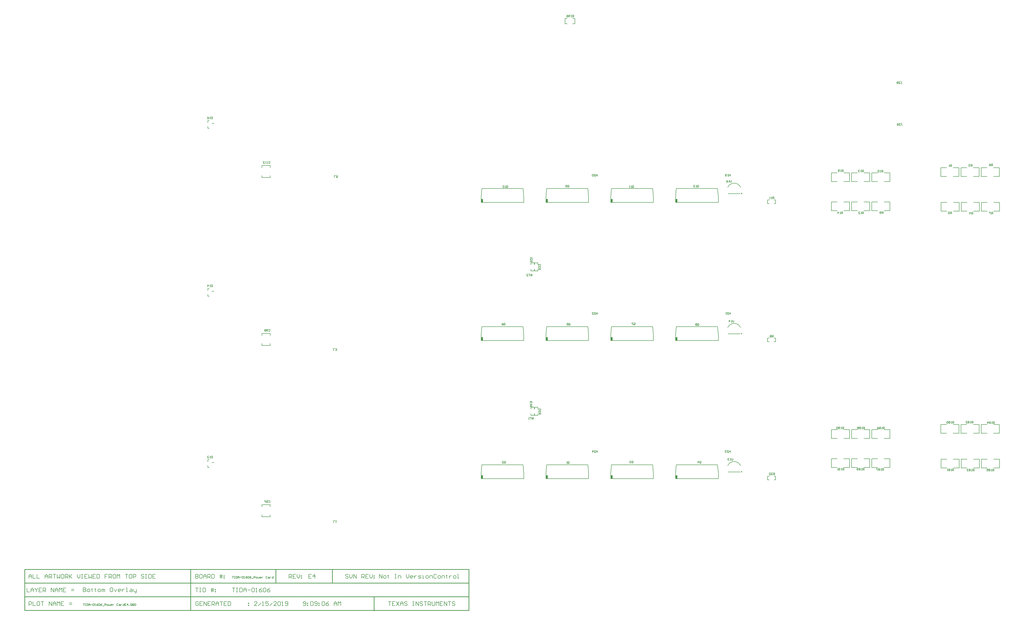
<source format=gbo>
G04*
G04 #@! TF.GenerationSoftware,Altium Limited,Altium Designer,18.1.9 (240)*
G04*
G04 Layer_Color=9218505*
%FSAX25Y25*%
%MOIN*%
G70*
G01*
G75*
%ADD10C,0.00787*%
%ADD11C,0.00700*%
%ADD12C,0.00984*%
%ADD20C,0.01000*%
%ADD24C,0.00600*%
%ADD27C,0.00800*%
%ADD31R,0.03248X0.00787*%
%ADD220R,0.02751X0.05111*%
G54D10*
X1104115Y0255493D02*
G03*
X1085103Y0255493I-0009506J-0004299D01*
G01*
X1104222Y0669900D02*
G03*
X1085210Y0669900I-0009506J-0004299D01*
G01*
X1104115Y0461099D02*
G03*
X1085103Y0461099I-0009506J-0004299D01*
G01*
X1085662Y0245977D02*
X1103556D01*
X1420124Y0699141D02*
X1428785D01*
Y0686149D02*
Y0699141D01*
X1420124Y0686149D02*
X1428785D01*
X1401865Y0699141D02*
X1410527D01*
X1401865Y0686149D02*
Y0699141D01*
Y0686149D02*
X1410527D01*
X1085769Y0660384D02*
X1103663D01*
X1239180Y0252711D02*
X1247842D01*
X1239180D02*
Y0265703D01*
X1247842D01*
X1257439Y0252711D02*
X1266100D01*
Y0265703D01*
X1257439D02*
X1266100D01*
X1239180Y0295901D02*
X1247842D01*
X1239180D02*
Y0308893D01*
X1247842D01*
X1257439Y0295901D02*
X1266100D01*
Y0308893D01*
X1257439D02*
X1266100D01*
X1269180Y0252711D02*
X1277842D01*
X1269180D02*
Y0265703D01*
X1277842D01*
X1287439Y0252711D02*
X1296100D01*
Y0265703D01*
X1287439D02*
X1296100D01*
X1269180Y0295901D02*
X1277842D01*
X1269180D02*
Y0308893D01*
X1277842D01*
X1287439Y0295901D02*
X1296100D01*
Y0308893D01*
X1287439D02*
X1296100D01*
X1299181Y0252711D02*
X1307842D01*
X1299181D02*
Y0265703D01*
X1307842D01*
X1317439Y0252711D02*
X1326101D01*
Y0265703D01*
X1317439D02*
X1326101D01*
X1299180Y0295901D02*
X1307842D01*
X1299180D02*
Y0308893D01*
X1307842D01*
X1317439Y0295901D02*
X1326100D01*
Y0308893D01*
X1317439D02*
X1326100D01*
X1480424Y0264903D02*
X1489085D01*
Y0251911D02*
Y0264903D01*
X1480424Y0251911D02*
X1489085D01*
X1462165Y0264903D02*
X1470827D01*
X1462165Y0251911D02*
Y0264903D01*
Y0251911D02*
X1470827D01*
X1480124Y0316693D02*
X1488785D01*
Y0303701D02*
Y0316693D01*
X1480124Y0303701D02*
X1488785D01*
X1461865Y0316693D02*
X1470527D01*
X1461865Y0303701D02*
Y0316693D01*
Y0303701D02*
X1470527D01*
X1450424Y0264903D02*
X1459085D01*
Y0251911D02*
Y0264903D01*
X1450424Y0251911D02*
X1459085D01*
X1432165Y0264903D02*
X1440827D01*
X1432165Y0251911D02*
Y0264903D01*
Y0251911D02*
X1440827D01*
X1450124Y0316693D02*
X1458785D01*
Y0303701D02*
Y0316693D01*
X1450124Y0303701D02*
X1458785D01*
X1431865Y0316693D02*
X1440526D01*
X1431865Y0303701D02*
Y0316693D01*
Y0303701D02*
X1440526D01*
X1420424Y0264903D02*
X1429085D01*
Y0251911D02*
Y0264903D01*
X1420424Y0251911D02*
X1429085D01*
X1402165Y0264903D02*
X1410826D01*
X1402165Y0251911D02*
Y0264903D01*
Y0251911D02*
X1410826D01*
X1420123Y0316693D02*
X1428785D01*
Y0303701D02*
Y0316693D01*
X1420123Y0303701D02*
X1428785D01*
X1401865Y0316693D02*
X1410526D01*
X1401865Y0303701D02*
Y0316693D01*
Y0303701D02*
X1410526D01*
X1085662Y0451583D02*
X1103556D01*
X1239180Y0678349D02*
X1247842D01*
X1239180D02*
Y0691341D01*
X1247842D01*
X1257439Y0678349D02*
X1266100D01*
Y0691341D01*
X1257439D02*
X1266100D01*
X1239180Y0635159D02*
X1247842D01*
X1239180D02*
Y0648151D01*
X1247842D01*
X1257439Y0635159D02*
X1266100D01*
Y0648151D01*
X1257439D02*
X1266100D01*
X1269180Y0678349D02*
X1277842D01*
X1269180D02*
Y0691341D01*
X1277842D01*
X1287439Y0678349D02*
X1296100D01*
Y0691341D01*
X1287439D02*
X1296100D01*
X1269180Y0635159D02*
X1277842D01*
X1269180D02*
Y0648151D01*
X1277842D01*
X1287439Y0635159D02*
X1296100D01*
Y0648151D01*
X1287439D02*
X1296100D01*
X1299180Y0678349D02*
X1307842D01*
X1299180D02*
Y0691341D01*
X1307842D01*
X1317439Y0678349D02*
X1326100D01*
Y0691341D01*
X1317439D02*
X1326100D01*
X1299180Y0635159D02*
X1307842D01*
X1299180D02*
Y0648151D01*
X1307842D01*
X1317439Y0635159D02*
X1326100D01*
Y0648151D01*
X1317439D02*
X1326100D01*
X1480424Y0647351D02*
X1489085D01*
Y0634359D02*
Y0647351D01*
X1480424Y0634359D02*
X1489085D01*
X1462165Y0647351D02*
X1470827D01*
X1462165Y0634359D02*
Y0647351D01*
Y0634359D02*
X1470827D01*
X1480124Y0699141D02*
X1488785D01*
Y0686149D02*
Y0699141D01*
X1480124Y0686149D02*
X1488785D01*
X1461865Y0699141D02*
X1470527D01*
X1461865Y0686149D02*
Y0699141D01*
Y0686149D02*
X1470527D01*
X1450424Y0647351D02*
X1459085D01*
Y0634359D02*
Y0647351D01*
X1450424Y0634359D02*
X1459085D01*
X1432165Y0647351D02*
X1440827D01*
X1432165Y0634359D02*
Y0647351D01*
Y0634359D02*
X1440827D01*
X1450124Y0699141D02*
X1458785D01*
Y0686149D02*
Y0699141D01*
X1450124Y0686149D02*
X1458785D01*
X1431865Y0699141D02*
X1440527D01*
X1431865Y0686149D02*
Y0699141D01*
Y0686149D02*
X1440527D01*
X1420424Y0647351D02*
X1429085D01*
Y0634359D02*
Y0647351D01*
X1420424Y0634359D02*
X1429085D01*
X1402165Y0647351D02*
X1410827D01*
X1402165Y0634359D02*
Y0647351D01*
Y0634359D02*
X1410827D01*
X0312299Y0264506D02*
X0314268D01*
X0312299Y0261356D02*
Y0264506D01*
Y0252695D02*
X0314268D01*
X0312299D02*
Y0255844D01*
Y0519506D02*
X0314268D01*
X0312299Y0516356D02*
Y0519506D01*
Y0507694D02*
X0314268D01*
X0312299D02*
Y0510844D01*
X0312299Y0769506D02*
X0314268D01*
X0312299Y0766356D02*
Y0769506D01*
Y0757694D02*
X0314268D01*
X0312299D02*
Y0760844D01*
G54D11*
X0877250Y0256694D02*
X0878356Y0244056D01*
X0814852Y0236182D02*
X0878356D01*
X0815958Y0256694D02*
X0877250D01*
X0878356Y0236182D02*
Y0244056D01*
X0814852Y0236182D02*
Y0244056D01*
X0815958Y0256694D01*
X0803080Y0339800D02*
Y0342398D01*
X0797633D02*
X0803080D01*
X0797633Y0339800D02*
Y0342398D01*
Y0330402D02*
Y0333000D01*
Y0330402D02*
X0803080D01*
Y0333000D01*
X0843255Y0921400D02*
X0846655D01*
X0843255Y0917400D02*
Y0921400D01*
Y0913400D02*
Y0917400D01*
Y0913400D02*
X0846655D01*
X0854655D02*
X0858055D01*
Y0917400D01*
Y0921400D01*
X0854655D02*
X0858055D01*
X0392583Y0684280D02*
X0404927D01*
Y0687451D01*
X0392583Y0684280D02*
Y0687451D01*
Y0699349D02*
Y0702520D01*
X0404927Y0699349D02*
Y0702520D01*
X0392583D02*
X0404927D01*
X0392583Y0434280D02*
X0404927D01*
Y0437451D01*
X0392583Y0434280D02*
Y0437451D01*
Y0449349D02*
Y0452520D01*
X0404927Y0449349D02*
Y0452520D01*
X0392583D02*
X0404927D01*
X1153784Y0234379D02*
X1156382D01*
Y0239826D01*
X1153784D02*
X1156382D01*
X1144386D02*
X1146984D01*
X1144386Y0234379D02*
Y0239826D01*
Y0234379D02*
X1146984D01*
X0802975Y0554800D02*
Y0557398D01*
X0797529D02*
X0802975D01*
X0797529Y0554800D02*
Y0557398D01*
Y0545402D02*
Y0548000D01*
Y0545402D02*
X0802975D01*
Y0548000D01*
X0797982Y0554800D02*
Y0557398D01*
X0792535D02*
X0797982D01*
X0792535Y0554800D02*
Y0557398D01*
Y0545402D02*
Y0548000D01*
Y0545402D02*
X0797982D01*
Y0548000D01*
Y0339800D02*
Y0342398D01*
X0792535D02*
X0797982D01*
X0792535Y0339800D02*
Y0342398D01*
Y0330402D02*
Y0333000D01*
Y0330402D02*
X0797982D01*
Y0333000D01*
X1153784Y0645591D02*
X1156382D01*
Y0651038D01*
X1153784D02*
X1156382D01*
X1144386D02*
X1146984D01*
X1144386Y0645591D02*
Y0651038D01*
Y0645591D02*
X1146984D01*
X1153784Y0439985D02*
X1156382D01*
Y0445432D01*
X1153784D02*
X1156382D01*
X1144386D02*
X1146984D01*
X1144386Y0439985D02*
Y0445432D01*
Y0439985D02*
X1146984D01*
X0780872Y0667906D02*
X0781978Y0655268D01*
X0718474Y0647395D02*
X0781978D01*
X0719580Y0667906D02*
X0780872D01*
X0781978Y0647395D02*
Y0655268D01*
X0718474Y0647395D02*
Y0655268D01*
X0719580Y0667906D01*
X0780872Y0462300D02*
X0781978Y0449662D01*
X0718474Y0441788D02*
X0781978D01*
X0719580Y0462300D02*
X0780872D01*
X0781978Y0441788D02*
Y0449662D01*
X0718474Y0441788D02*
Y0449662D01*
X0719580Y0462300D01*
X0780872Y0256694D02*
X0781978Y0244056D01*
X0718474Y0236182D02*
X0781978D01*
X0719580Y0256694D02*
X0780872D01*
X0781978Y0236182D02*
Y0244056D01*
X0718474Y0236182D02*
Y0244056D01*
X0719580Y0256694D01*
X0973628Y0667906D02*
X0974734Y0655268D01*
X0911230Y0647395D02*
X0974734D01*
X0912336Y0667906D02*
X0973628D01*
X0974734Y0647395D02*
Y0655268D01*
X0911230Y0647395D02*
Y0655268D01*
X0912336Y0667906D01*
X1070006D02*
X1071112Y0655268D01*
X1007608Y0647395D02*
X1071112D01*
X1008714Y0667906D02*
X1070006D01*
X1071112Y0647395D02*
Y0655268D01*
X1007608Y0647395D02*
Y0655268D01*
X1008714Y0667906D01*
X0973628Y0462300D02*
X0974734Y0449662D01*
X0911230Y0441788D02*
X0974734D01*
X0912336Y0462300D02*
X0973628D01*
X0974734Y0441788D02*
Y0449662D01*
X0911230Y0441788D02*
Y0449662D01*
X0912336Y0462300D01*
X1070006D02*
X1071112Y0449662D01*
X1007608Y0441788D02*
X1071112D01*
X1008714Y0462300D02*
X1070006D01*
X1071112Y0441788D02*
Y0449662D01*
X1007608Y0441788D02*
Y0449662D01*
X1008714Y0462300D01*
X0973628Y0256694D02*
X0974734Y0244056D01*
X0911230Y0236182D02*
X0974734D01*
X0912336Y0256694D02*
X0973628D01*
X0974734Y0236182D02*
Y0244056D01*
X0911230Y0236182D02*
Y0244056D01*
X0912336Y0256694D01*
X1070006D02*
X1071112Y0244056D01*
X1007608Y0236182D02*
X1071112D01*
X1008714Y0256694D02*
X1070006D01*
X1071112Y0236182D02*
Y0244056D01*
X1007608Y0236182D02*
Y0244056D01*
X1008714Y0256694D01*
X0877250Y0667906D02*
X0878356Y0655268D01*
X0814852Y0647395D02*
X0878356D01*
X0815958Y0667906D02*
X0877250D01*
X0878356Y0647395D02*
Y0655268D01*
X0814852Y0647395D02*
Y0655268D01*
X0815958Y0667906D01*
X0877250Y0462300D02*
X0878356Y0449662D01*
X0814852Y0441788D02*
X0878356D01*
X0815958Y0462300D02*
X0877250D01*
X0878356Y0441788D02*
Y0449662D01*
X0814852Y0441788D02*
Y0449662D01*
X0815958Y0462300D01*
X0392583Y0179280D02*
X0404927D01*
Y0182451D01*
X0392583Y0179280D02*
Y0182451D01*
Y0194349D02*
Y0197520D01*
X0404927Y0194349D02*
Y0197520D01*
X0392583D02*
X0404927D01*
X0794100Y0537800D02*
Y0540799D01*
X0792101Y0537800D01*
Y0540799D01*
X0791101D02*
X0789102D01*
X0790101D01*
Y0537800D01*
X0786103D02*
X0788102D01*
X0786103Y0539799D01*
Y0540299D01*
X0786602Y0540799D01*
X0787602D01*
X0788102Y0540299D01*
X0796100Y0324267D02*
Y0327266D01*
X0794101Y0324267D01*
Y0327266D01*
X0793101D02*
X0791102D01*
X0792101D01*
Y0324267D01*
X0790102D02*
X0789102D01*
X0789602D01*
Y0327266D01*
X0790102Y0326766D01*
X0891700Y0278099D02*
Y0275100D01*
Y0276600D01*
X0889701D01*
Y0278099D01*
Y0275100D01*
X0886702D02*
X0888701D01*
X0886702Y0277099D01*
Y0277599D01*
X0887201Y0278099D01*
X0888201D01*
X0888701Y0277599D01*
X0884202Y0275100D02*
Y0278099D01*
X0885702Y0276600D01*
X0883703D01*
X1089100Y0278099D02*
Y0275100D01*
Y0276600D01*
X1087101D01*
Y0278099D01*
Y0275100D01*
X1084102D02*
X1086101D01*
X1084102Y0277099D01*
Y0277599D01*
X1084601Y0278099D01*
X1085601D01*
X1086101Y0277599D01*
X1083102D02*
X1082602Y0278099D01*
X1081602D01*
X1081103Y0277599D01*
Y0277099D01*
X1081602Y0276600D01*
X1082102D01*
X1081602D01*
X1081103Y0276100D01*
Y0275600D01*
X1081602Y0275100D01*
X1082602D01*
X1083102Y0275600D01*
X0891700Y0483699D02*
Y0480700D01*
Y0482199D01*
X0889701D01*
Y0483699D01*
Y0480700D01*
X0886702D02*
X0888701D01*
X0886702Y0482699D01*
Y0483199D01*
X0887201Y0483699D01*
X0888201D01*
X0888701Y0483199D01*
X0883703Y0480700D02*
X0885702D01*
X0883703Y0482699D01*
Y0483199D01*
X0884202Y0483699D01*
X0885202D01*
X0885702Y0483199D01*
X1089100Y0483699D02*
Y0480700D01*
Y0482199D01*
X1087101D01*
Y0483699D01*
Y0480700D01*
X1084102D02*
X1086101D01*
X1084102Y0482699D01*
Y0483199D01*
X1084601Y0483699D01*
X1085601D01*
X1086101Y0483199D01*
X1083102Y0480700D02*
X1082102D01*
X1082602D01*
Y0483699D01*
X1083102Y0483199D01*
X0891700Y0689299D02*
Y0686300D01*
Y0687800D01*
X0889701D01*
Y0689299D01*
Y0686300D01*
X0886702D02*
X0888701D01*
X0886702Y0688299D01*
Y0688799D01*
X0887201Y0689299D01*
X0888201D01*
X0888701Y0688799D01*
X0885702D02*
X0885202Y0689299D01*
X0884202D01*
X0883703Y0688799D01*
Y0686800D01*
X0884202Y0686300D01*
X0885202D01*
X0885702Y0686800D01*
Y0688799D01*
X1089100Y0689299D02*
Y0686300D01*
Y0687800D01*
X1087101D01*
Y0689299D01*
Y0686300D01*
X1086101D02*
X1085101D01*
X1085601D01*
Y0689299D01*
X1086101Y0688799D01*
X1083602Y0686800D02*
X1083102Y0686300D01*
X1082102D01*
X1081602Y0686800D01*
Y0688799D01*
X1082102Y0689299D01*
X1083102D01*
X1083602Y0688799D01*
Y0688299D01*
X1083102Y0687800D01*
X1081602D01*
G54D12*
X1106223Y0246371D02*
G03*
X1106223Y0246371I-0000492J0000000D01*
G01*
X1106330Y0660778D02*
G03*
X1106330Y0660778I-0000492J0000000D01*
G01*
X1106223Y0451977D02*
G03*
X1106223Y0451977I-0000492J0000000D01*
G01*
G54D20*
X0497200Y0080717D02*
Y0101050D01*
X0413200Y0080717D02*
Y0101050D01*
X0040000Y0080717D02*
X0700200D01*
X0040000Y0060383D02*
X0700000D01*
X0040000Y0040050D02*
X0440500D01*
X0040050Y0101050D02*
X0700200D01*
X0040050Y0040050D02*
Y0101050D01*
Y0040050D02*
X0197600D01*
X0040000D02*
Y0101050D01*
X0286500Y0040050D02*
Y0101050D01*
X0700200Y0040050D02*
Y0101050D01*
X0440500Y0040050D02*
X0700200D01*
X0559400Y0039400D02*
Y0059683D01*
G54D24*
X0402701Y0202999D02*
X0403200Y0203499D01*
X0404200D01*
X0404700Y0202999D01*
Y0201000D01*
X0404200Y0200500D01*
X0403200D01*
X0402701Y0201000D01*
X0401701D02*
X0401201Y0200500D01*
X0400202D01*
X0399702Y0201000D01*
Y0202999D01*
X0400202Y0203499D01*
X0401201D01*
X0401701Y0202999D01*
Y0202499D01*
X0401201Y0201999D01*
X0399702D01*
X0398702Y0203499D02*
X0396703D01*
Y0202999D01*
X0398702Y0201000D01*
Y0200500D01*
X0319205Y0774749D02*
Y0771750D01*
X0317706D01*
X0317206Y0772250D01*
Y0774249D01*
X0317706Y0774749D01*
X0319205D01*
X0316206Y0771750D02*
X0315206D01*
X0315706D01*
Y0774749D01*
X0316206Y0774249D01*
X0311708Y0774749D02*
X0312707Y0774249D01*
X0313707Y0773249D01*
Y0772250D01*
X0313207Y0771750D01*
X0312207D01*
X0311708Y0772250D01*
Y0772750D01*
X0312207Y0773249D01*
X0313707D01*
X0319205Y0524749D02*
Y0521750D01*
X0317706D01*
X0317206Y0522250D01*
Y0524249D01*
X0317706Y0524749D01*
X0319205D01*
X0316206Y0521750D02*
X0315206D01*
X0315706D01*
Y0524749D01*
X0316206Y0524249D01*
X0312207Y0521750D02*
Y0524749D01*
X0313707Y0523249D01*
X0311708D01*
X0319205Y0269749D02*
Y0266750D01*
X0317706D01*
X0317206Y0267250D01*
Y0269249D01*
X0317706Y0269749D01*
X0319205D01*
X0316206Y0266750D02*
X0315206D01*
X0315706D01*
Y0269749D01*
X0316206Y0269249D01*
X0311708Y0266750D02*
X0313707D01*
X0311708Y0268749D01*
Y0269249D01*
X0312207Y0269749D01*
X0313207D01*
X0313707Y0269249D01*
X0499252Y0170802D02*
Y0173801D01*
X0501251D01*
X0502251D02*
X0503250D01*
X0502750D01*
Y0170802D01*
X0502251Y0171301D01*
X0498852Y0426601D02*
Y0429600D01*
X0500851D01*
X0501851Y0427101D02*
X0502351Y0426601D01*
X0503350D01*
X0503850Y0427101D01*
Y0427601D01*
X0503350Y0428101D01*
X0502850D01*
X0503350D01*
X0503850Y0428601D01*
Y0429101D01*
X0503350Y0429600D01*
X0502351D01*
X0501851Y0429101D01*
X0500152Y0684301D02*
Y0687300D01*
X0502151D01*
X0505150Y0684301D02*
X0503151D01*
Y0685801D01*
X0504150Y0685301D01*
X0504650D01*
X0505150Y0685801D01*
Y0686800D01*
X0504650Y0687300D01*
X0503651D01*
X0503151Y0686800D01*
X0847713Y0259098D02*
Y0261097D01*
X0848213Y0261597D01*
X0849212D01*
X0849712Y0261097D01*
Y0259098D01*
X0849212Y0258598D01*
X0848213D01*
X0848713Y0259598D02*
X0847713Y0258598D01*
X0848213D02*
X0847713Y0259098D01*
X0846713Y0258598D02*
X0845714D01*
X0846213D01*
Y0261597D01*
X0846713Y0261097D01*
X0848806Y0464998D02*
Y0466997D01*
X0849306Y0467497D01*
X0850306D01*
X0850806Y0466997D01*
Y0464998D01*
X0850306Y0464498D01*
X0849306D01*
X0849806Y0465498D02*
X0848806Y0464498D01*
X0849306D02*
X0848806Y0464998D01*
X0845807Y0467497D02*
X0847807D01*
Y0465998D01*
X0846807Y0466497D01*
X0846307D01*
X0845807Y0465998D01*
Y0464998D01*
X0846307Y0464498D01*
X0847307D01*
X0847807Y0464998D01*
X0847100Y0670698D02*
Y0672697D01*
X0847600Y0673197D01*
X0848600D01*
X0849100Y0672697D01*
Y0670698D01*
X0848600Y0670198D01*
X0847600D01*
X0848100Y0671198D02*
X0847100Y0670198D01*
X0847600D02*
X0847100Y0670698D01*
X0846101D02*
X0845601Y0670198D01*
X0844601D01*
X0844101Y0670698D01*
Y0672697D01*
X0844601Y0673197D01*
X0845601D01*
X0846101Y0672697D01*
Y0672197D01*
X0845601Y0671698D01*
X0844101D01*
X1043513Y0259554D02*
Y0261553D01*
X1044013Y0262053D01*
X1045012D01*
X1045512Y0261553D01*
Y0259554D01*
X1045012Y0259054D01*
X1044013D01*
X1044512Y0260054D02*
X1043513Y0259054D01*
X1044013D02*
X1043513Y0259554D01*
X1041014Y0259054D02*
Y0262053D01*
X1042513Y0260554D01*
X1040514D01*
X0942513Y0259776D02*
Y0261775D01*
X0943013Y0262275D01*
X0944012D01*
X0944512Y0261775D01*
Y0259776D01*
X0944012Y0259276D01*
X0943013D01*
X0943513Y0260276D02*
X0942513Y0259276D01*
X0943013D02*
X0942513Y0259776D01*
X0941513Y0261775D02*
X0941013Y0262275D01*
X0940014D01*
X0939514Y0261775D01*
Y0261275D01*
X0940014Y0260775D01*
X0940514D01*
X0940014D01*
X0939514Y0260276D01*
Y0259776D01*
X0940014Y0259276D01*
X0941013D01*
X0941513Y0259776D01*
X1040407Y0464554D02*
Y0466553D01*
X1040906Y0467053D01*
X1041906D01*
X1042406Y0466553D01*
Y0464554D01*
X1041906Y0464054D01*
X1040906D01*
X1041406Y0465054D02*
X1040407Y0464054D01*
X1040906D02*
X1040407Y0464554D01*
X1039407Y0466553D02*
X1038907Y0467053D01*
X1037907D01*
X1037407Y0466553D01*
Y0466053D01*
X1037907Y0465554D01*
X1037407Y0465054D01*
Y0464554D01*
X1037907Y0464054D01*
X1038907D01*
X1039407Y0464554D01*
Y0465054D01*
X1038907Y0465554D01*
X1039407Y0466053D01*
Y0466553D01*
X1038907Y0465554D02*
X1037907D01*
X0945506Y0465376D02*
Y0467375D01*
X0946006Y0467875D01*
X0947006D01*
X0947506Y0467375D01*
Y0465376D01*
X0947006Y0464876D01*
X0946006D01*
X0946506Y0465876D02*
X0945506Y0464876D01*
X0946006D02*
X0945506Y0465376D01*
X0944507Y0467875D02*
X0942507D01*
Y0467375D01*
X0944507Y0465376D01*
Y0464876D01*
X1039900Y0670554D02*
Y0672553D01*
X1040400Y0673053D01*
X1041400D01*
X1041900Y0672553D01*
Y0670554D01*
X1041400Y0670054D01*
X1040400D01*
X1040900Y0671054D02*
X1039900Y0670054D01*
X1040400D02*
X1039900Y0670554D01*
X1038900Y0670054D02*
X1037901D01*
X1038401D01*
Y0673053D01*
X1038900Y0672553D01*
X1034402Y0670054D02*
X1036401D01*
X1034402Y0672053D01*
Y0672553D01*
X1034902Y0673053D01*
X1035902D01*
X1036401Y0672553D01*
X0943400Y0669876D02*
Y0671875D01*
X0943900Y0672375D01*
X0944900D01*
X0945400Y0671875D01*
Y0669876D01*
X0944900Y0669376D01*
X0943900D01*
X0944400Y0670376D02*
X0943400Y0669376D01*
X0943900D02*
X0943400Y0669876D01*
X0942400Y0669376D02*
X0941401D01*
X0941901D01*
Y0672375D01*
X0942400Y0671875D01*
X0939901Y0669376D02*
X0938902D01*
X0939402D01*
Y0672375D01*
X0939901Y0671875D01*
X0752913Y0259520D02*
Y0261519D01*
X0753413Y0262019D01*
X0754412D01*
X0754912Y0261519D01*
Y0259520D01*
X0754412Y0259020D01*
X0753413D01*
X0753912Y0260020D02*
X0752913Y0259020D01*
X0753413D02*
X0752913Y0259520D01*
X0749914Y0259020D02*
X0751913D01*
X0749914Y0261019D01*
Y0261519D01*
X0750414Y0262019D01*
X0751413D01*
X0751913Y0261519D01*
X0752207Y0465120D02*
Y0467119D01*
X0752706Y0467619D01*
X0753706D01*
X0754206Y0467119D01*
Y0465120D01*
X0753706Y0464620D01*
X0752706D01*
X0753206Y0465620D02*
X0752207Y0464620D01*
X0752706D02*
X0752207Y0465120D01*
X0749207Y0467619D02*
X0750207Y0467119D01*
X0751207Y0466120D01*
Y0465120D01*
X0750707Y0464620D01*
X0749707D01*
X0749207Y0465120D01*
Y0465620D01*
X0749707Y0466120D01*
X0751207D01*
X0756300Y0669920D02*
Y0671919D01*
X0756800Y0672419D01*
X0757800D01*
X0758300Y0671919D01*
Y0669920D01*
X0757800Y0669420D01*
X0756800D01*
X0757300Y0670420D02*
X0756300Y0669420D01*
X0756800D02*
X0756300Y0669920D01*
X0755301Y0669420D02*
X0754301D01*
X0754801D01*
Y0672419D01*
X0755301Y0671919D01*
X0752801D02*
X0752302Y0672419D01*
X0751302D01*
X0750802Y0671919D01*
Y0669920D01*
X0751302Y0669420D01*
X0752302D01*
X0752801Y0669920D01*
Y0671919D01*
X1417955Y0700600D02*
Y0703599D01*
X1416456D01*
X1415956Y0703099D01*
Y0702100D01*
X1416456Y0701600D01*
X1417955D01*
X1416955D02*
X1415956Y0700600D01*
X1414956D02*
X1413956D01*
X1414456D01*
Y0703599D01*
X1414956Y0703099D01*
X1418055Y0630300D02*
Y0633299D01*
X1416556D01*
X1416056Y0632799D01*
Y0631800D01*
X1416556Y0631300D01*
X1418055D01*
X1417055D02*
X1416056Y0630300D01*
X1413057D02*
X1415056D01*
X1413057Y0632299D01*
Y0632799D01*
X1413557Y0633299D01*
X1414556D01*
X1415056Y0632799D01*
X1448455Y0700900D02*
Y0703899D01*
X1446956D01*
X1446456Y0703399D01*
Y0702399D01*
X1446956Y0701900D01*
X1448455D01*
X1447455D02*
X1446456Y0700900D01*
X1445456Y0703399D02*
X1444956Y0703899D01*
X1443957D01*
X1443457Y0703399D01*
Y0702899D01*
X1443957Y0702399D01*
X1444456D01*
X1443957D01*
X1443457Y0701900D01*
Y0701400D01*
X1443957Y0700900D01*
X1444956D01*
X1445456Y0701400D01*
X1449555Y0629800D02*
Y0632799D01*
X1448056D01*
X1447556Y0632299D01*
Y0631299D01*
X1448056Y0630800D01*
X1449555D01*
X1448555D02*
X1447556Y0629800D01*
X1445057D02*
Y0632799D01*
X1446556Y0631299D01*
X1444557D01*
X1478855Y0701800D02*
Y0704799D01*
X1477356D01*
X1476856Y0704299D01*
Y0703300D01*
X1477356Y0702800D01*
X1478855D01*
X1477855D02*
X1476856Y0701800D01*
X1473857Y0704799D02*
X1474856Y0704299D01*
X1475856Y0703300D01*
Y0702300D01*
X1475356Y0701800D01*
X1474357D01*
X1473857Y0702300D01*
Y0702800D01*
X1474357Y0703300D01*
X1475856D01*
X1479255Y0630000D02*
Y0632999D01*
X1477756D01*
X1477256Y0632499D01*
Y0631499D01*
X1477756Y0631000D01*
X1479255D01*
X1478255D02*
X1477256Y0630000D01*
X1476256Y0632999D02*
X1474257D01*
Y0632499D01*
X1476256Y0630500D01*
Y0630000D01*
X1152893Y0446679D02*
Y0449678D01*
X1151394D01*
X1150894Y0449178D01*
Y0448179D01*
X1151394Y0447679D01*
X1152893D01*
X1151894D02*
X1150894Y0446679D01*
X1149894Y0449178D02*
X1149394Y0449678D01*
X1148395D01*
X1147895Y0449178D01*
Y0448678D01*
X1148395Y0448179D01*
X1147895Y0447679D01*
Y0447179D01*
X1148395Y0446679D01*
X1149394D01*
X1149894Y0447179D01*
Y0447679D01*
X1149394Y0448179D01*
X1149894Y0448678D01*
Y0449178D01*
X1149394Y0448179D02*
X1148395D01*
X1316355Y0630600D02*
Y0633599D01*
X1314856D01*
X1314356Y0633099D01*
Y0632099D01*
X1314856Y0631600D01*
X1316355D01*
X1315355D02*
X1314356Y0630600D01*
X1313356Y0631100D02*
X1312856Y0630600D01*
X1311857D01*
X1311357Y0631100D01*
Y0633099D01*
X1311857Y0633599D01*
X1312856D01*
X1313356Y0633099D01*
Y0632599D01*
X1312856Y0632099D01*
X1311357D01*
X1315855Y0692400D02*
Y0695399D01*
X1314356D01*
X1313856Y0694899D01*
Y0693899D01*
X1314356Y0693400D01*
X1315855D01*
X1314855D02*
X1313856Y0692400D01*
X1312856D02*
X1311856D01*
X1312356D01*
Y0695399D01*
X1312856Y0694899D01*
X1310357D02*
X1309857Y0695399D01*
X1308857D01*
X1308358Y0694899D01*
Y0692900D01*
X1308857Y0692400D01*
X1309857D01*
X1310357Y0692900D01*
Y0694899D01*
X1153787Y0652679D02*
Y0655678D01*
X1152287D01*
X1151788Y0655178D01*
Y0654179D01*
X1152287Y0653679D01*
X1153787D01*
X1152787D02*
X1151788Y0652679D01*
X1150788D02*
X1149788D01*
X1150288D01*
Y0655678D01*
X1150788Y0655178D01*
X1148289Y0652679D02*
X1147289D01*
X1147789D01*
Y0655678D01*
X1148289Y0655178D01*
X1287055Y0630500D02*
Y0633499D01*
X1285556D01*
X1285056Y0632999D01*
Y0631999D01*
X1285556Y0631500D01*
X1287055D01*
X1286055D02*
X1285056Y0630500D01*
X1284056D02*
X1283056D01*
X1283556D01*
Y0633499D01*
X1284056Y0632999D01*
X1279558Y0630500D02*
X1281557D01*
X1279558Y0632499D01*
Y0632999D01*
X1280057Y0633499D01*
X1281057D01*
X1281557Y0632999D01*
X1286855Y0692600D02*
Y0695599D01*
X1285356D01*
X1284856Y0695099D01*
Y0694100D01*
X1285356Y0693600D01*
X1286855D01*
X1285855D02*
X1284856Y0692600D01*
X1283856D02*
X1282856D01*
X1283356D01*
Y0695599D01*
X1283856Y0695099D01*
X1281357D02*
X1280857Y0695599D01*
X1279857D01*
X1279358Y0695099D01*
Y0694599D01*
X1279857Y0694100D01*
X1280357D01*
X1279857D01*
X1279358Y0693600D01*
Y0693100D01*
X1279857Y0692600D01*
X1280857D01*
X1281357Y0693100D01*
X1256055Y0630500D02*
Y0633499D01*
X1254556D01*
X1254056Y0632999D01*
Y0631999D01*
X1254556Y0631500D01*
X1256055D01*
X1255055D02*
X1254056Y0630500D01*
X1253056D02*
X1252056D01*
X1252556D01*
Y0633499D01*
X1253056Y0632999D01*
X1249057Y0630500D02*
Y0633499D01*
X1250557Y0631999D01*
X1248558D01*
X1256855Y0693200D02*
Y0696199D01*
X1255356D01*
X1254856Y0695699D01*
Y0694699D01*
X1255356Y0694200D01*
X1256855D01*
X1255855D02*
X1254856Y0693200D01*
X1253856D02*
X1252856D01*
X1253356D01*
Y0696199D01*
X1253856Y0695699D01*
X1249358Y0696199D02*
X1251357D01*
Y0694699D01*
X1250357Y0695199D01*
X1249857D01*
X1249358Y0694699D01*
Y0693700D01*
X1249857Y0693200D01*
X1250857D01*
X1251357Y0693700D01*
X0791182Y0343392D02*
X0794181D01*
Y0344892D01*
X0793681Y0345392D01*
X0792681D01*
X0792181Y0344892D01*
Y0343392D01*
Y0344392D02*
X0791182Y0345392D01*
Y0346391D02*
Y0347391D01*
Y0346891D01*
X0794181D01*
X0793681Y0346391D01*
X0791682Y0348890D02*
X0791182Y0349390D01*
Y0350390D01*
X0791682Y0350890D01*
X0793681D01*
X0794181Y0350390D01*
Y0349390D01*
X0793681Y0348890D01*
X0793181D01*
X0792681Y0349390D01*
Y0350890D01*
X0804180Y0332092D02*
X0807179D01*
Y0333592D01*
X0806679Y0334091D01*
X0805679D01*
X0805180Y0333592D01*
Y0332092D01*
Y0333092D02*
X0804180Y0334091D01*
Y0337090D02*
Y0335091D01*
X0806179Y0337090D01*
X0806679D01*
X0807179Y0336591D01*
Y0335591D01*
X0806679Y0335091D01*
Y0338090D02*
X0807179Y0338590D01*
Y0339590D01*
X0806679Y0340090D01*
X0804680D01*
X0804180Y0339590D01*
Y0338590D01*
X0804680Y0338090D01*
X0806679D01*
X0791628Y0558592D02*
X0794627D01*
Y0560092D01*
X0794127Y0560592D01*
X0793127D01*
X0792627Y0560092D01*
Y0558592D01*
Y0559592D02*
X0791628Y0560592D01*
Y0563590D02*
Y0561591D01*
X0793627Y0563590D01*
X0794127D01*
X0794627Y0563091D01*
Y0562091D01*
X0794127Y0561591D01*
X0791628Y0564590D02*
Y0565590D01*
Y0565090D01*
X0794627D01*
X0794127Y0564590D01*
X0804069Y0547292D02*
X0807068D01*
Y0548792D01*
X0806568Y0549292D01*
X0805569D01*
X0805069Y0548792D01*
Y0547292D01*
Y0548292D02*
X0804069Y0549292D01*
Y0552290D02*
Y0550291D01*
X0806068Y0552290D01*
X0806568D01*
X0807068Y0551791D01*
Y0550791D01*
X0806568Y0550291D01*
X0804069Y0555290D02*
Y0553290D01*
X0806068Y0555290D01*
X0806568D01*
X0807068Y0554790D01*
Y0553790D01*
X0806568Y0553290D01*
X1154900Y0241679D02*
Y0244678D01*
X1153400D01*
X1152900Y0244178D01*
Y0243179D01*
X1153400Y0242679D01*
X1154900D01*
X1153900D02*
X1152900Y0241679D01*
X1151900Y0244178D02*
X1151401Y0244678D01*
X1150401D01*
X1149901Y0244178D01*
Y0243678D01*
X1150401Y0243179D01*
X1150901D01*
X1150401D01*
X1149901Y0242679D01*
Y0242179D01*
X1150401Y0241679D01*
X1151401D01*
X1151900Y0242179D01*
X1146902Y0241679D02*
X1148901D01*
X1146902Y0243678D01*
Y0244178D01*
X1147402Y0244678D01*
X1148402D01*
X1148901Y0244178D01*
X1092811Y0266502D02*
Y0264003D01*
X1092312Y0263504D01*
X1091312D01*
X1090812Y0264003D01*
Y0266502D01*
X1089812Y0263504D02*
X1088813D01*
X1089313D01*
Y0266502D01*
X1089812Y0266003D01*
X1087313D02*
X1086813Y0266502D01*
X1085814D01*
X1085314Y0266003D01*
Y0265503D01*
X1085814Y0265003D01*
X1086314D01*
X1085814D01*
X1085314Y0264503D01*
Y0264003D01*
X1085814Y0263504D01*
X1086813D01*
X1087313Y0264003D01*
X1094305Y0472102D02*
Y0469603D01*
X1093805Y0469103D01*
X1092806D01*
X1092306Y0469603D01*
Y0472102D01*
X1091306Y0469103D02*
X1090306D01*
X1090806D01*
Y0472102D01*
X1091306Y0471603D01*
X1087307Y0469103D02*
Y0472102D01*
X1088807Y0470603D01*
X1086808D01*
X0402701Y0457999D02*
X0403200Y0458499D01*
X0404200D01*
X0404700Y0457999D01*
Y0456000D01*
X0404200Y0455500D01*
X0403200D01*
X0402701Y0456000D01*
X0401701D02*
X0401201Y0455500D01*
X0400202D01*
X0399702Y0456000D01*
Y0457999D01*
X0400202Y0458499D01*
X0401201D01*
X0401701Y0457999D01*
Y0457499D01*
X0401201Y0456999D01*
X0399702D01*
X0398702Y0457999D02*
X0398202Y0458499D01*
X0397202D01*
X0396703Y0457999D01*
Y0457499D01*
X0397202Y0456999D01*
X0396703Y0456500D01*
Y0456000D01*
X0397202Y0455500D01*
X0398202D01*
X0398702Y0456000D01*
Y0456500D01*
X0398202Y0456999D01*
X0398702Y0457499D01*
Y0457999D01*
X0398202Y0456999D02*
X0397202D01*
X0402701Y0707999D02*
X0403200Y0708499D01*
X0404200D01*
X0404700Y0707999D01*
Y0706000D01*
X0404200Y0705500D01*
X0403200D01*
X0402701Y0706000D01*
X0401701Y0705500D02*
X0400701D01*
X0401201D01*
Y0708499D01*
X0401701Y0707999D01*
X0399202Y0705500D02*
X0398202D01*
X0398702D01*
Y0708499D01*
X0399202Y0707999D01*
X0394703Y0705500D02*
X0396703D01*
X0394703Y0707499D01*
Y0707999D01*
X0395203Y0708499D01*
X0396203D01*
X0396703Y0707999D01*
X1421155Y0318400D02*
Y0321399D01*
X1419656D01*
X1419156Y0320899D01*
Y0319900D01*
X1419656Y0319400D01*
X1421155D01*
X1420155D02*
X1419156Y0318400D01*
X1418156D02*
X1417156D01*
X1417656D01*
Y0321399D01*
X1418156Y0320899D01*
X1415657D02*
X1415157Y0321399D01*
X1414157D01*
X1413658Y0320899D01*
Y0320399D01*
X1414157Y0319900D01*
X1413658Y0319400D01*
Y0318900D01*
X1414157Y0318400D01*
X1415157D01*
X1415657Y0318900D01*
Y0319400D01*
X1415157Y0319900D01*
X1415657Y0320399D01*
Y0320899D01*
X1415157Y0319900D02*
X1414157D01*
X1412658Y0320899D02*
X1412158Y0321399D01*
X1411158D01*
X1410658Y0320899D01*
Y0318900D01*
X1411158Y0318400D01*
X1412158D01*
X1412658Y0318900D01*
Y0320899D01*
X1420955Y0247600D02*
Y0250599D01*
X1419456D01*
X1418956Y0250099D01*
Y0249099D01*
X1419456Y0248600D01*
X1420955D01*
X1419955D02*
X1418956Y0247600D01*
X1417956D02*
X1416956D01*
X1417456D01*
Y0250599D01*
X1417956Y0250099D01*
X1415457D02*
X1414957Y0250599D01*
X1413957D01*
X1413458Y0250099D01*
Y0249599D01*
X1413957Y0249099D01*
X1413458Y0248600D01*
Y0248100D01*
X1413957Y0247600D01*
X1414957D01*
X1415457Y0248100D01*
Y0248600D01*
X1414957Y0249099D01*
X1415457Y0249599D01*
Y0250099D01*
X1414957Y0249099D02*
X1413957D01*
X1412458Y0247600D02*
X1411458D01*
X1411958D01*
Y0250599D01*
X1412458Y0250099D01*
X1449855Y0318600D02*
Y0321599D01*
X1448356D01*
X1447856Y0321099D01*
Y0320099D01*
X1448356Y0319600D01*
X1449855D01*
X1448855D02*
X1447856Y0318600D01*
X1446856D02*
X1445856D01*
X1446356D01*
Y0321599D01*
X1446856Y0321099D01*
X1444357D02*
X1443857Y0321599D01*
X1442857D01*
X1442358Y0321099D01*
Y0320599D01*
X1442857Y0320099D01*
X1442358Y0319600D01*
Y0319100D01*
X1442857Y0318600D01*
X1443857D01*
X1444357Y0319100D01*
Y0319600D01*
X1443857Y0320099D01*
X1444357Y0320599D01*
Y0321099D01*
X1443857Y0320099D02*
X1442857D01*
X1439359Y0318600D02*
X1441358D01*
X1439359Y0320599D01*
Y0321099D01*
X1439858Y0321599D01*
X1440858D01*
X1441358Y0321099D01*
X1451455Y0247400D02*
Y0250399D01*
X1449956D01*
X1449456Y0249899D01*
Y0248900D01*
X1449956Y0248400D01*
X1451455D01*
X1450455D02*
X1449456Y0247400D01*
X1448456D02*
X1447456D01*
X1447956D01*
Y0250399D01*
X1448456Y0249899D01*
X1445957D02*
X1445457Y0250399D01*
X1444457D01*
X1443958Y0249899D01*
Y0249399D01*
X1444457Y0248900D01*
X1443958Y0248400D01*
Y0247900D01*
X1444457Y0247400D01*
X1445457D01*
X1445957Y0247900D01*
Y0248400D01*
X1445457Y0248900D01*
X1445957Y0249399D01*
Y0249899D01*
X1445457Y0248900D02*
X1444457D01*
X1442958Y0249899D02*
X1442458Y0250399D01*
X1441458D01*
X1440958Y0249899D01*
Y0249399D01*
X1441458Y0248900D01*
X1441958D01*
X1441458D01*
X1440958Y0248400D01*
Y0247900D01*
X1441458Y0247400D01*
X1442458D01*
X1442958Y0247900D01*
X1481555Y0318000D02*
Y0320999D01*
X1480056D01*
X1479556Y0320499D01*
Y0319499D01*
X1480056Y0319000D01*
X1481555D01*
X1480555D02*
X1479556Y0318000D01*
X1478556D02*
X1477556D01*
X1478056D01*
Y0320999D01*
X1478556Y0320499D01*
X1476057D02*
X1475557Y0320999D01*
X1474557D01*
X1474058Y0320499D01*
Y0319999D01*
X1474557Y0319499D01*
X1474058Y0319000D01*
Y0318500D01*
X1474557Y0318000D01*
X1475557D01*
X1476057Y0318500D01*
Y0319000D01*
X1475557Y0319499D01*
X1476057Y0319999D01*
Y0320499D01*
X1475557Y0319499D02*
X1474557D01*
X1471558Y0318000D02*
Y0320999D01*
X1473058Y0319499D01*
X1471058D01*
X1480855Y0247500D02*
Y0250499D01*
X1479356D01*
X1478856Y0249999D01*
Y0249000D01*
X1479356Y0248500D01*
X1480855D01*
X1479855D02*
X1478856Y0247500D01*
X1477856D02*
X1476856D01*
X1477356D01*
Y0250499D01*
X1477856Y0249999D01*
X1475357D02*
X1474857Y0250499D01*
X1473857D01*
X1473358Y0249999D01*
Y0249499D01*
X1473857Y0249000D01*
X1473358Y0248500D01*
Y0248000D01*
X1473857Y0247500D01*
X1474857D01*
X1475357Y0248000D01*
Y0248500D01*
X1474857Y0249000D01*
X1475357Y0249499D01*
Y0249999D01*
X1474857Y0249000D02*
X1473857D01*
X1470358Y0250499D02*
X1472358D01*
Y0249000D01*
X1471358Y0249499D01*
X1470858D01*
X1470358Y0249000D01*
Y0248000D01*
X1470858Y0247500D01*
X1471858D01*
X1472358Y0248000D01*
X1318055Y0310000D02*
Y0312999D01*
X1316556D01*
X1316056Y0312499D01*
Y0311500D01*
X1316556Y0311000D01*
X1318055D01*
X1317055D02*
X1316056Y0310000D01*
X1315056D02*
X1314056D01*
X1314556D01*
Y0312999D01*
X1315056Y0312499D01*
X1312557D02*
X1312057Y0312999D01*
X1311057D01*
X1310558Y0312499D01*
Y0311999D01*
X1311057Y0311500D01*
X1310558Y0311000D01*
Y0310500D01*
X1311057Y0310000D01*
X1312057D01*
X1312557Y0310500D01*
Y0311000D01*
X1312057Y0311500D01*
X1312557Y0311999D01*
Y0312499D01*
X1312057Y0311500D02*
X1311057D01*
X1307559Y0312999D02*
X1308558Y0312499D01*
X1309558Y0311500D01*
Y0310500D01*
X1309058Y0310000D01*
X1308058D01*
X1307559Y0310500D01*
Y0311000D01*
X1308058Y0311500D01*
X1309558D01*
X1316855Y0248300D02*
Y0251299D01*
X1315356D01*
X1314856Y0250799D01*
Y0249799D01*
X1315356Y0249300D01*
X1316855D01*
X1315855D02*
X1314856Y0248300D01*
X1313856D02*
X1312856D01*
X1313356D01*
Y0251299D01*
X1313856Y0250799D01*
X1311357D02*
X1310857Y0251299D01*
X1309857D01*
X1309358Y0250799D01*
Y0250299D01*
X1309857Y0249799D01*
X1309358Y0249300D01*
Y0248800D01*
X1309857Y0248300D01*
X1310857D01*
X1311357Y0248800D01*
Y0249300D01*
X1310857Y0249799D01*
X1311357Y0250299D01*
Y0250799D01*
X1310857Y0249799D02*
X1309857D01*
X1308358Y0251299D02*
X1306359D01*
Y0250799D01*
X1308358Y0248800D01*
Y0248300D01*
X1288455Y0310100D02*
Y0313099D01*
X1286956D01*
X1286456Y0312599D01*
Y0311599D01*
X1286956Y0311100D01*
X1288455D01*
X1287455D02*
X1286456Y0310100D01*
X1285456D02*
X1284456D01*
X1284956D01*
Y0313099D01*
X1285456Y0312599D01*
X1282957D02*
X1282457Y0313099D01*
X1281457D01*
X1280958Y0312599D01*
Y0312099D01*
X1281457Y0311599D01*
X1280958Y0311100D01*
Y0310600D01*
X1281457Y0310100D01*
X1282457D01*
X1282957Y0310600D01*
Y0311100D01*
X1282457Y0311599D01*
X1282957Y0312099D01*
Y0312599D01*
X1282457Y0311599D02*
X1281457D01*
X1279958Y0312599D02*
X1279458Y0313099D01*
X1278458D01*
X1277958Y0312599D01*
Y0312099D01*
X1278458Y0311599D01*
X1277958Y0311100D01*
Y0310600D01*
X1278458Y0310100D01*
X1279458D01*
X1279958Y0310600D01*
Y0311100D01*
X1279458Y0311599D01*
X1279958Y0312099D01*
Y0312599D01*
X1279458Y0311599D02*
X1278458D01*
X1287855Y0248700D02*
Y0251699D01*
X1286356D01*
X1285856Y0251199D01*
Y0250200D01*
X1286356Y0249700D01*
X1287855D01*
X1286855D02*
X1285856Y0248700D01*
X1284856D02*
X1283856D01*
X1284356D01*
Y0251699D01*
X1284856Y0251199D01*
X1282357D02*
X1281857Y0251699D01*
X1280857D01*
X1280358Y0251199D01*
Y0250699D01*
X1280857Y0250200D01*
X1280358Y0249700D01*
Y0249200D01*
X1280857Y0248700D01*
X1281857D01*
X1282357Y0249200D01*
Y0249700D01*
X1281857Y0250200D01*
X1282357Y0250699D01*
Y0251199D01*
X1281857Y0250200D02*
X1280857D01*
X1279358Y0249200D02*
X1278858Y0248700D01*
X1277858D01*
X1277359Y0249200D01*
Y0251199D01*
X1277858Y0251699D01*
X1278858D01*
X1279358Y0251199D01*
Y0250699D01*
X1278858Y0250200D01*
X1277359D01*
X1257555Y0310200D02*
Y0313199D01*
X1256056D01*
X1255556Y0312699D01*
Y0311700D01*
X1256056Y0311200D01*
X1257555D01*
X1256555D02*
X1255556Y0310200D01*
X1254556D02*
X1253556D01*
X1254056D01*
Y0313199D01*
X1254556Y0312699D01*
X1252057Y0310700D02*
X1251557Y0310200D01*
X1250557D01*
X1250058Y0310700D01*
Y0312699D01*
X1250557Y0313199D01*
X1251557D01*
X1252057Y0312699D01*
Y0312199D01*
X1251557Y0311700D01*
X1250058D01*
X1249058Y0312699D02*
X1248558Y0313199D01*
X1247558D01*
X1247058Y0312699D01*
Y0310700D01*
X1247558Y0310200D01*
X1248558D01*
X1249058Y0310700D01*
Y0312699D01*
X1257755Y0248700D02*
Y0251699D01*
X1256256D01*
X1255756Y0251199D01*
Y0250200D01*
X1256256Y0249700D01*
X1257755D01*
X1256755D02*
X1255756Y0248700D01*
X1254756D02*
X1253756D01*
X1254256D01*
Y0251699D01*
X1254756Y0251199D01*
X1252257Y0249200D02*
X1251757Y0248700D01*
X1250757D01*
X1250258Y0249200D01*
Y0251199D01*
X1250757Y0251699D01*
X1251757D01*
X1252257Y0251199D01*
Y0250699D01*
X1251757Y0250200D01*
X1250258D01*
X1249258Y0248700D02*
X1248258D01*
X1248758D01*
Y0251699D01*
X1249258Y0251199D01*
X0856155Y0923400D02*
Y0926399D01*
X0854656D01*
X0854156Y0925899D01*
Y0924899D01*
X0854656Y0924400D01*
X0856155D01*
X0855155D02*
X0854156Y0923400D01*
X0853156D02*
X0852156D01*
X0852656D01*
Y0926399D01*
X0853156Y0925899D01*
X0850657Y0923900D02*
X0850157Y0923400D01*
X0849157D01*
X0848658Y0923900D01*
Y0925899D01*
X0849157Y0926399D01*
X0850157D01*
X0850657Y0925899D01*
Y0925399D01*
X0850157Y0924899D01*
X0848658D01*
X0845658Y0926399D02*
X0846658Y0925899D01*
X0847658Y0924899D01*
Y0923900D01*
X0847158Y0923400D01*
X0846158D01*
X0845658Y0923900D01*
Y0924400D01*
X0846158Y0924899D01*
X0847658D01*
X1090704Y0680210D02*
Y0677710D01*
X1090205Y0677211D01*
X1089205D01*
X1088705Y0677710D01*
Y0680210D01*
X1087705Y0677211D02*
X1086706D01*
X1087206D01*
Y0680210D01*
X1087705Y0679710D01*
X1083207Y0680210D02*
X1084206Y0679710D01*
X1085206Y0678710D01*
Y0677710D01*
X1084706Y0677211D01*
X1083707D01*
X1083207Y0677710D01*
Y0678210D01*
X1083707Y0678710D01*
X1085206D01*
X1342956Y0765099D02*
X1343956D01*
X1343456D01*
Y0762600D01*
X1343956Y0762100D01*
X1344456D01*
X1344956Y0762600D01*
X1339957Y0762100D02*
X1341957D01*
X1339957Y0764099D01*
Y0764599D01*
X1340457Y0765099D01*
X1341457D01*
X1341957Y0764599D01*
X1336958Y0765099D02*
X1337958Y0764599D01*
X1338958Y0763599D01*
Y0762600D01*
X1338458Y0762100D01*
X1337458D01*
X1336958Y0762600D01*
Y0763100D01*
X1337458Y0763599D01*
X1338958D01*
X1342606Y0827049D02*
X1343605D01*
X1343106D01*
Y0824550D01*
X1343605Y0824050D01*
X1344105D01*
X1344605Y0824550D01*
X1339607Y0824050D02*
X1341606D01*
X1339607Y0826049D01*
Y0826549D01*
X1340107Y0827049D01*
X1341106D01*
X1341606Y0826549D01*
X1338607D02*
X1338107Y0827049D01*
X1337107D01*
X1336608Y0826549D01*
Y0826049D01*
X1337107Y0825550D01*
X1336608Y0825050D01*
Y0824550D01*
X1337107Y0824050D01*
X1338107D01*
X1338607Y0824550D01*
Y0825050D01*
X1338107Y0825550D01*
X1338607Y0826049D01*
Y0826549D01*
X1338107Y0825550D02*
X1337107D01*
X0126900Y0049966D02*
X0128899D01*
X0127900D01*
Y0046966D01*
X0129899Y0049966D02*
X0130899D01*
X0130399D01*
Y0046966D01*
X0129899D01*
X0130899D01*
X0132398Y0049966D02*
Y0046966D01*
X0133898D01*
X0134398Y0047466D01*
Y0049466D01*
X0133898Y0049966D01*
X0132398D01*
X0135397Y0046966D02*
Y0048966D01*
X0136397Y0049966D01*
X0137397Y0048966D01*
Y0046966D01*
Y0048466D01*
X0135397D01*
X0138396D02*
X0140396D01*
X0141395Y0049466D02*
X0141895Y0049966D01*
X0142895D01*
X0143395Y0049466D01*
Y0047466D01*
X0142895Y0046966D01*
X0141895D01*
X0141395Y0047466D01*
Y0049466D01*
X0144394Y0046966D02*
X0145394D01*
X0144894D01*
Y0049966D01*
X0144394Y0049466D01*
X0148893Y0049966D02*
X0147893Y0049466D01*
X0146894Y0048466D01*
Y0047466D01*
X0147393Y0046966D01*
X0148393D01*
X0148893Y0047466D01*
Y0047966D01*
X0148393Y0048466D01*
X0146894D01*
X0149893Y0049466D02*
X0150392Y0049966D01*
X0151392D01*
X0151892Y0049466D01*
Y0047466D01*
X0151392Y0046966D01*
X0150392D01*
X0149893Y0047466D01*
Y0049466D01*
X0154891Y0049966D02*
X0153891Y0049466D01*
X0152892Y0048466D01*
Y0047466D01*
X0153391Y0046966D01*
X0154391D01*
X0154891Y0047466D01*
Y0047966D01*
X0154391Y0048466D01*
X0152892D01*
X0155891Y0046467D02*
X0157890D01*
X0158890Y0046966D02*
Y0049966D01*
X0160389D01*
X0160889Y0049466D01*
Y0048466D01*
X0160389Y0047966D01*
X0158890D01*
X0162389Y0046966D02*
X0163388D01*
X0163888Y0047466D01*
Y0048466D01*
X0163388Y0048966D01*
X0162389D01*
X0161889Y0048466D01*
Y0047466D01*
X0162389Y0046966D01*
X0164888Y0048966D02*
Y0047466D01*
X0165388Y0046966D01*
X0165887Y0047466D01*
X0166387Y0046966D01*
X0166887Y0047466D01*
Y0048966D01*
X0169386Y0046966D02*
X0168387D01*
X0167887Y0047466D01*
Y0048466D01*
X0168387Y0048966D01*
X0169386D01*
X0169886Y0048466D01*
Y0047966D01*
X0167887D01*
X0170886Y0048966D02*
Y0046966D01*
Y0047966D01*
X0171386Y0048466D01*
X0171885Y0048966D01*
X0172385D01*
X0178883Y0049466D02*
X0178383Y0049966D01*
X0177384D01*
X0176884Y0049466D01*
Y0047466D01*
X0177384Y0046966D01*
X0178383D01*
X0178883Y0047466D01*
X0180383Y0048966D02*
X0181382D01*
X0181882Y0048466D01*
Y0046966D01*
X0180383D01*
X0179883Y0047466D01*
X0180383Y0047966D01*
X0181882D01*
X0182882Y0048966D02*
Y0046966D01*
Y0047966D01*
X0183382Y0048466D01*
X0183882Y0048966D01*
X0184381D01*
X0187880Y0049966D02*
Y0046966D01*
X0186381D01*
X0185881Y0047466D01*
Y0048466D01*
X0186381Y0048966D01*
X0187880D01*
X0190879Y0049966D02*
X0188880D01*
Y0046966D01*
X0190879D01*
X0188880Y0048466D02*
X0189880D01*
X0193378Y0046966D02*
Y0049966D01*
X0191879Y0048466D01*
X0193878D01*
X0194878Y0046966D02*
Y0047466D01*
X0195378D01*
Y0046966D01*
X0194878D01*
X0199376Y0049466D02*
X0198877Y0049966D01*
X0197877D01*
X0197377Y0049466D01*
Y0047466D01*
X0197877Y0046966D01*
X0198877D01*
X0199376Y0047466D01*
Y0048466D01*
X0198377D01*
X0200376Y0049966D02*
Y0046966D01*
X0201876D01*
X0202376Y0047466D01*
Y0047966D01*
X0201876Y0048466D01*
X0200376D01*
X0201876D01*
X0202376Y0048966D01*
Y0049466D01*
X0201876Y0049966D01*
X0200376D01*
X0204875D02*
X0203875D01*
X0203375Y0049466D01*
Y0047466D01*
X0203875Y0046966D01*
X0204875D01*
X0205375Y0047466D01*
Y0049466D01*
X0204875Y0049966D01*
X0348550Y0090832D02*
X0350549D01*
X0349550D01*
Y0087833D01*
X0351549Y0090832D02*
X0352549D01*
X0352049D01*
Y0087833D01*
X0351549D01*
X0352549D01*
X0354048Y0090832D02*
Y0087833D01*
X0355548D01*
X0356048Y0088333D01*
Y0090333D01*
X0355548Y0090832D01*
X0354048D01*
X0357047Y0087833D02*
Y0089833D01*
X0358047Y0090832D01*
X0359047Y0089833D01*
Y0087833D01*
Y0089333D01*
X0357047D01*
X0360046D02*
X0362046D01*
X0363045Y0090333D02*
X0363545Y0090832D01*
X0364545D01*
X0365045Y0090333D01*
Y0088333D01*
X0364545Y0087833D01*
X0363545D01*
X0363045Y0088333D01*
Y0090333D01*
X0366044Y0087833D02*
X0367044D01*
X0366544D01*
Y0090832D01*
X0366044Y0090333D01*
X0370543Y0090832D02*
X0369543Y0090333D01*
X0368544Y0089333D01*
Y0088333D01*
X0369043Y0087833D01*
X0370043D01*
X0370543Y0088333D01*
Y0088833D01*
X0370043Y0089333D01*
X0368544D01*
X0371543Y0090333D02*
X0372042Y0090832D01*
X0373042D01*
X0373542Y0090333D01*
Y0088333D01*
X0373042Y0087833D01*
X0372042D01*
X0371543Y0088333D01*
Y0090333D01*
X0376541Y0090832D02*
X0375541Y0090333D01*
X0374542Y0089333D01*
Y0088333D01*
X0375041Y0087833D01*
X0376041D01*
X0376541Y0088333D01*
Y0088833D01*
X0376041Y0089333D01*
X0374542D01*
X0377541Y0087334D02*
X0379540D01*
X0380540Y0087833D02*
Y0090832D01*
X0382039D01*
X0382539Y0090333D01*
Y0089333D01*
X0382039Y0088833D01*
X0380540D01*
X0384038Y0087833D02*
X0385038D01*
X0385538Y0088333D01*
Y0089333D01*
X0385038Y0089833D01*
X0384038D01*
X0383539Y0089333D01*
Y0088333D01*
X0384038Y0087833D01*
X0386538Y0089833D02*
Y0088333D01*
X0387038Y0087833D01*
X0387537Y0088333D01*
X0388037Y0087833D01*
X0388537Y0088333D01*
Y0089833D01*
X0391036Y0087833D02*
X0390037D01*
X0389537Y0088333D01*
Y0089333D01*
X0390037Y0089833D01*
X0391036D01*
X0391536Y0089333D01*
Y0088833D01*
X0389537D01*
X0392536Y0089833D02*
Y0087833D01*
Y0088833D01*
X0393036Y0089333D01*
X0393535Y0089833D01*
X0394035D01*
X0400533Y0090333D02*
X0400033Y0090832D01*
X0399034D01*
X0398534Y0090333D01*
Y0088333D01*
X0399034Y0087833D01*
X0400033D01*
X0400533Y0088333D01*
X0402033Y0089833D02*
X0403032D01*
X0403532Y0089333D01*
Y0087833D01*
X0402033D01*
X0401533Y0088333D01*
X0402033Y0088833D01*
X0403532D01*
X0404532Y0089833D02*
Y0087833D01*
Y0088833D01*
X0405032Y0089333D01*
X0405532Y0089833D01*
X0406031D01*
X0409530Y0090832D02*
Y0087833D01*
X0408031D01*
X0407531Y0088333D01*
Y0089333D01*
X0408031Y0089833D01*
X0409530D01*
G54D27*
X0126900Y0073549D02*
Y0067551D01*
X0129899D01*
X0130899Y0068550D01*
Y0069550D01*
X0129899Y0070550D01*
X0126900D01*
X0129899D01*
X0130899Y0071549D01*
Y0072549D01*
X0129899Y0073549D01*
X0126900D01*
X0133898Y0067551D02*
X0135897D01*
X0136897Y0068550D01*
Y0070550D01*
X0135897Y0071549D01*
X0133898D01*
X0132898Y0070550D01*
Y0068550D01*
X0133898Y0067551D01*
X0139896Y0072549D02*
Y0071549D01*
X0138896D01*
X0140895D01*
X0139896D01*
Y0068550D01*
X0140895Y0067551D01*
X0144894Y0072549D02*
Y0071549D01*
X0143895D01*
X0145894D01*
X0144894D01*
Y0068550D01*
X0145894Y0067551D01*
X0149893D02*
X0151892D01*
X0152892Y0068550D01*
Y0070550D01*
X0151892Y0071549D01*
X0149893D01*
X0148893Y0070550D01*
Y0068550D01*
X0149893Y0067551D01*
X0154891D02*
Y0071549D01*
X0155891D01*
X0156890Y0070550D01*
Y0067551D01*
Y0070550D01*
X0157890Y0071549D01*
X0158890Y0070550D01*
Y0067551D01*
X0169886Y0073549D02*
X0167887D01*
X0166887Y0072549D01*
Y0068550D01*
X0167887Y0067551D01*
X0169886D01*
X0170886Y0068550D01*
Y0072549D01*
X0169886Y0073549D01*
X0172885Y0071549D02*
X0174884Y0067551D01*
X0176884Y0071549D01*
X0181882Y0067551D02*
X0179883D01*
X0178883Y0068550D01*
Y0070550D01*
X0179883Y0071549D01*
X0181882D01*
X0182882Y0070550D01*
Y0069550D01*
X0178883D01*
X0184881Y0071549D02*
Y0067551D01*
Y0069550D01*
X0185881Y0070550D01*
X0186881Y0071549D01*
X0187880D01*
X0190879Y0067551D02*
X0192879D01*
X0191879D01*
Y0073549D01*
X0190879D01*
X0196877Y0071549D02*
X0198877D01*
X0199876Y0070550D01*
Y0067551D01*
X0196877D01*
X0195878Y0068550D01*
X0196877Y0069550D01*
X0199876D01*
X0201876Y0071549D02*
Y0068550D01*
X0202875Y0067551D01*
X0205874D01*
Y0066551D01*
X0204875Y0065551D01*
X0203875D01*
X0205874Y0067551D02*
Y0071549D01*
X0043250Y0073349D02*
Y0067351D01*
X0047249D01*
X0049248D02*
Y0071349D01*
X0051247Y0073349D01*
X0053247Y0071349D01*
Y0067351D01*
Y0070350D01*
X0049248D01*
X0055246Y0073349D02*
Y0072349D01*
X0057245Y0070350D01*
X0059245Y0072349D01*
Y0073349D01*
X0057245Y0070350D02*
Y0067351D01*
X0065243Y0073349D02*
X0061244D01*
Y0067351D01*
X0065243D01*
X0061244Y0070350D02*
X0063244D01*
X0067242Y0067351D02*
Y0073349D01*
X0070241D01*
X0071241Y0072349D01*
Y0070350D01*
X0070241Y0069350D01*
X0067242D01*
X0069242D02*
X0071241Y0067351D01*
X0079238D02*
Y0073349D01*
X0083237Y0067351D01*
Y0073349D01*
X0085236Y0067351D02*
Y0071349D01*
X0087236Y0073349D01*
X0089235Y0071349D01*
Y0067351D01*
Y0070350D01*
X0085236D01*
X0091234Y0067351D02*
Y0073349D01*
X0093234Y0071349D01*
X0095233Y0073349D01*
Y0067351D01*
X0101231Y0073349D02*
X0097233D01*
Y0067351D01*
X0101231D01*
X0097233Y0070350D02*
X0099232D01*
X0109229Y0069350D02*
X0113227D01*
X0109229Y0071349D02*
X0113227D01*
X0567400Y0087833D02*
Y0093831D01*
X0571399Y0087833D01*
Y0093831D01*
X0574398Y0087833D02*
X0576397D01*
X0577397Y0088833D01*
Y0090832D01*
X0576397Y0091832D01*
X0574398D01*
X0573398Y0090832D01*
Y0088833D01*
X0574398Y0087833D01*
X0580396Y0092832D02*
Y0091832D01*
X0579396D01*
X0581395D01*
X0580396D01*
Y0088833D01*
X0581395Y0087833D01*
X0590393Y0093831D02*
X0592392D01*
X0591392D01*
Y0087833D01*
X0590393D01*
X0592392D01*
X0595391D02*
Y0091832D01*
X0598390D01*
X0599390Y0090832D01*
Y0087833D01*
X0607387Y0093831D02*
Y0089833D01*
X0609386Y0087833D01*
X0611386Y0089833D01*
Y0093831D01*
X0616384Y0087833D02*
X0614385D01*
X0613385Y0088833D01*
Y0090832D01*
X0614385Y0091832D01*
X0616384D01*
X0617384Y0090832D01*
Y0089833D01*
X0613385D01*
X0619383Y0091832D02*
Y0087833D01*
Y0089833D01*
X0620383Y0090832D01*
X0621383Y0091832D01*
X0622382D01*
X0625381Y0087833D02*
X0628380D01*
X0629380Y0088833D01*
X0628380Y0089833D01*
X0626381D01*
X0625381Y0090832D01*
X0626381Y0091832D01*
X0629380D01*
X0631379Y0087833D02*
X0633379D01*
X0632379D01*
Y0091832D01*
X0631379D01*
X0637377Y0087833D02*
X0639377D01*
X0640376Y0088833D01*
Y0090832D01*
X0639377Y0091832D01*
X0637377D01*
X0636378Y0090832D01*
Y0088833D01*
X0637377Y0087833D01*
X0642376D02*
Y0091832D01*
X0645375D01*
X0646374Y0090832D01*
Y0087833D01*
X0652373Y0092832D02*
X0651373Y0093831D01*
X0649373D01*
X0648374Y0092832D01*
Y0088833D01*
X0649373Y0087833D01*
X0651373D01*
X0652373Y0088833D01*
X0655372Y0087833D02*
X0657371D01*
X0658371Y0088833D01*
Y0090832D01*
X0657371Y0091832D01*
X0655372D01*
X0654372Y0090832D01*
Y0088833D01*
X0655372Y0087833D01*
X0660370D02*
Y0091832D01*
X0663369D01*
X0664369Y0090832D01*
Y0087833D01*
X0667368Y0092832D02*
Y0091832D01*
X0666368D01*
X0668367D01*
X0667368D01*
Y0088833D01*
X0668367Y0087833D01*
X0671366Y0091832D02*
Y0087833D01*
Y0089833D01*
X0672366Y0090832D01*
X0673366Y0091832D01*
X0674365D01*
X0678364Y0087833D02*
X0680364D01*
X0681363Y0088833D01*
Y0090832D01*
X0680364Y0091832D01*
X0678364D01*
X0677364Y0090832D01*
Y0088833D01*
X0678364Y0087833D01*
X0683362D02*
X0685362D01*
X0684362D01*
Y0093831D01*
X0683362D01*
X0520799Y0092832D02*
X0519799Y0093831D01*
X0517800D01*
X0516800Y0092832D01*
Y0091832D01*
X0517800Y0090832D01*
X0519799D01*
X0520799Y0089833D01*
Y0088833D01*
X0519799Y0087833D01*
X0517800D01*
X0516800Y0088833D01*
X0522798Y0093831D02*
Y0089833D01*
X0524797Y0087833D01*
X0526797Y0089833D01*
Y0093831D01*
X0528796Y0087833D02*
Y0093831D01*
X0532795Y0087833D01*
Y0093831D01*
X0540792Y0087833D02*
Y0093831D01*
X0543791D01*
X0544791Y0092832D01*
Y0090832D01*
X0543791Y0089833D01*
X0540792D01*
X0542792D02*
X0544791Y0087833D01*
X0550789Y0093831D02*
X0546790D01*
Y0087833D01*
X0550789D01*
X0546790Y0090832D02*
X0548790D01*
X0552788Y0093831D02*
Y0089833D01*
X0554788Y0087833D01*
X0556787Y0089833D01*
Y0093831D01*
X0558786Y0091832D02*
X0559786D01*
Y0090832D01*
X0558786D01*
Y0091832D01*
Y0088833D02*
X0559786D01*
Y0087833D01*
X0558786D01*
Y0088833D01*
X0433000Y0087833D02*
Y0093831D01*
X0435999D01*
X0436999Y0092832D01*
Y0090832D01*
X0435999Y0089833D01*
X0433000D01*
X0434999D02*
X0436999Y0087833D01*
X0442997Y0093831D02*
X0438998D01*
Y0087833D01*
X0442997D01*
X0438998Y0090832D02*
X0440997D01*
X0444996Y0093831D02*
Y0089833D01*
X0446995Y0087833D01*
X0448995Y0089833D01*
Y0093831D01*
X0450994Y0091832D02*
X0451994D01*
Y0090832D01*
X0450994D01*
Y0091832D01*
Y0088833D02*
X0451994D01*
Y0087833D01*
X0450994D01*
Y0088833D01*
X0385149Y0046966D02*
X0381150D01*
X0385149Y0050965D01*
Y0051965D01*
X0384149Y0052965D01*
X0382150D01*
X0381150Y0051965D01*
X0387148Y0046966D02*
X0391147Y0050965D01*
X0393146Y0046966D02*
X0395146D01*
X0394146D01*
Y0052965D01*
X0393146Y0051965D01*
X0402143Y0052965D02*
X0398145D01*
Y0049966D01*
X0400144Y0050965D01*
X0401144D01*
X0402143Y0049966D01*
Y0047966D01*
X0401144Y0046966D01*
X0399144D01*
X0398145Y0047966D01*
X0404143Y0046966D02*
X0408141Y0050965D01*
X0414139Y0046966D02*
X0410141D01*
X0414139Y0050965D01*
Y0051965D01*
X0413140Y0052965D01*
X0411140D01*
X0410141Y0051965D01*
X0416139D02*
X0417138Y0052965D01*
X0419138D01*
X0420137Y0051965D01*
Y0047966D01*
X0419138Y0046966D01*
X0417138D01*
X0416139Y0047966D01*
Y0051965D01*
X0422137Y0046966D02*
X0424136D01*
X0423136D01*
Y0052965D01*
X0422137Y0051965D01*
X0427135Y0047966D02*
X0428135Y0046966D01*
X0430134D01*
X0431134Y0047966D01*
Y0051965D01*
X0430134Y0052965D01*
X0428135D01*
X0427135Y0051965D01*
Y0050965D01*
X0428135Y0049966D01*
X0431134D01*
X0298199Y0051965D02*
X0297199Y0052965D01*
X0295200D01*
X0294200Y0051965D01*
Y0047966D01*
X0295200Y0046966D01*
X0297199D01*
X0298199Y0047966D01*
Y0049966D01*
X0296199D01*
X0304197Y0052965D02*
X0300198D01*
Y0046966D01*
X0304197D01*
X0300198Y0049966D02*
X0302197D01*
X0306196Y0046966D02*
Y0052965D01*
X0310195Y0046966D01*
Y0052965D01*
X0316193D02*
X0312194D01*
Y0046966D01*
X0316193D01*
X0312194Y0049966D02*
X0314194D01*
X0318192Y0046966D02*
Y0052965D01*
X0321191D01*
X0322191Y0051965D01*
Y0049966D01*
X0321191Y0048966D01*
X0318192D01*
X0320192D02*
X0322191Y0046966D01*
X0324190D02*
Y0050965D01*
X0326190Y0052965D01*
X0328189Y0050965D01*
Y0046966D01*
Y0049966D01*
X0324190D01*
X0330188Y0052965D02*
X0334187D01*
X0332188D01*
Y0046966D01*
X0340185Y0052965D02*
X0336186D01*
Y0046966D01*
X0340185D01*
X0336186Y0049966D02*
X0338186D01*
X0342184Y0052965D02*
Y0046966D01*
X0345183D01*
X0346183Y0047966D01*
Y0051965D01*
X0345183Y0052965D01*
X0342184D01*
X0372175Y0050965D02*
X0373175D01*
Y0049966D01*
X0372175D01*
Y0050965D01*
Y0047966D02*
X0373175D01*
Y0046966D01*
X0372175D01*
Y0047966D01*
X0046350Y0087833D02*
Y0091832D01*
X0048349Y0093831D01*
X0050349Y0091832D01*
Y0087833D01*
Y0090832D01*
X0046350D01*
X0052348Y0093831D02*
Y0087833D01*
X0056347D01*
X0058346Y0093831D02*
Y0087833D01*
X0062345D01*
X0070342D02*
Y0091832D01*
X0072342Y0093831D01*
X0074341Y0091832D01*
Y0087833D01*
Y0090832D01*
X0070342D01*
X0076340Y0087833D02*
Y0093831D01*
X0079339D01*
X0080339Y0092832D01*
Y0090832D01*
X0079339Y0089833D01*
X0076340D01*
X0078340D02*
X0080339Y0087833D01*
X0082338Y0093831D02*
X0086337D01*
X0084338D01*
Y0087833D01*
X0088336Y0093831D02*
Y0087833D01*
X0090336Y0089833D01*
X0092335Y0087833D01*
Y0093831D01*
X0097334D02*
X0095334D01*
X0094335Y0092832D01*
Y0088833D01*
X0095334Y0087833D01*
X0097334D01*
X0098333Y0088833D01*
Y0092832D01*
X0097334Y0093831D01*
X0100332Y0087833D02*
Y0093831D01*
X0103332D01*
X0104331Y0092832D01*
Y0090832D01*
X0103332Y0089833D01*
X0100332D01*
X0102332D02*
X0104331Y0087833D01*
X0106331Y0093831D02*
Y0087833D01*
Y0089833D01*
X0110329Y0093831D01*
X0107330Y0090832D01*
X0110329Y0087833D01*
X0118327Y0093831D02*
Y0089833D01*
X0120326Y0087833D01*
X0122325Y0089833D01*
Y0093831D01*
X0124325D02*
X0126324D01*
X0125324D01*
Y0087833D01*
X0124325D01*
X0126324D01*
X0133322Y0093831D02*
X0129323D01*
Y0087833D01*
X0133322D01*
X0129323Y0090832D02*
X0131323D01*
X0135321Y0093831D02*
Y0087833D01*
X0137321Y0089833D01*
X0139320Y0087833D01*
Y0093831D01*
X0145318D02*
X0141319D01*
Y0087833D01*
X0145318D01*
X0141319Y0090832D02*
X0143319D01*
X0147317Y0093831D02*
Y0087833D01*
X0150316D01*
X0151316Y0088833D01*
Y0092832D01*
X0150316Y0093831D01*
X0147317D01*
X0163312D02*
X0159313D01*
Y0090832D01*
X0161313D01*
X0159313D01*
Y0087833D01*
X0165312D02*
Y0093831D01*
X0168310D01*
X0169310Y0092832D01*
Y0090832D01*
X0168310Y0089833D01*
X0165312D01*
X0167311D02*
X0169310Y0087833D01*
X0174309Y0093831D02*
X0172309D01*
X0171310Y0092832D01*
Y0088833D01*
X0172309Y0087833D01*
X0174309D01*
X0175308Y0088833D01*
Y0092832D01*
X0174309Y0093831D01*
X0177308Y0087833D02*
Y0093831D01*
X0179307Y0091832D01*
X0181306Y0093831D01*
Y0087833D01*
X0189304Y0093831D02*
X0193303D01*
X0191303D01*
Y0087833D01*
X0198301Y0093831D02*
X0196301D01*
X0195302Y0092832D01*
Y0088833D01*
X0196301Y0087833D01*
X0198301D01*
X0199301Y0088833D01*
Y0092832D01*
X0198301Y0093831D01*
X0201300Y0087833D02*
Y0093831D01*
X0204299D01*
X0205299Y0092832D01*
Y0090832D01*
X0204299Y0089833D01*
X0201300D01*
X0217295Y0092832D02*
X0216295Y0093831D01*
X0214296D01*
X0213296Y0092832D01*
Y0091832D01*
X0214296Y0090832D01*
X0216295D01*
X0217295Y0089833D01*
Y0088833D01*
X0216295Y0087833D01*
X0214296D01*
X0213296Y0088833D01*
X0219294Y0093831D02*
X0221293D01*
X0220294D01*
Y0087833D01*
X0219294D01*
X0221293D01*
X0224292Y0093831D02*
Y0087833D01*
X0227291D01*
X0228291Y0088833D01*
Y0092832D01*
X0227291Y0093831D01*
X0224292D01*
X0234289D02*
X0230291D01*
Y0087833D01*
X0234289D01*
X0230291Y0090832D02*
X0232290D01*
X0466149Y0093831D02*
X0462150D01*
Y0087833D01*
X0466149D01*
X0462150Y0090832D02*
X0464149D01*
X0471147Y0087833D02*
Y0093831D01*
X0468148Y0090832D01*
X0472147D01*
X0294000Y0093831D02*
Y0087833D01*
X0296999D01*
X0297999Y0088833D01*
Y0089833D01*
X0296999Y0090832D01*
X0294000D01*
X0296999D01*
X0297999Y0091832D01*
Y0092832D01*
X0296999Y0093831D01*
X0294000D01*
X0302997D02*
X0300998D01*
X0299998Y0092832D01*
Y0088833D01*
X0300998Y0087833D01*
X0302997D01*
X0303997Y0088833D01*
Y0092832D01*
X0302997Y0093831D01*
X0305996Y0087833D02*
Y0091832D01*
X0307996Y0093831D01*
X0309995Y0091832D01*
Y0087833D01*
Y0090832D01*
X0305996D01*
X0311994Y0087833D02*
Y0093831D01*
X0314993D01*
X0315993Y0092832D01*
Y0090832D01*
X0314993Y0089833D01*
X0311994D01*
X0313994D02*
X0315993Y0087833D01*
X0317992Y0093831D02*
Y0087833D01*
X0320991D01*
X0321991Y0088833D01*
Y0092832D01*
X0320991Y0093831D01*
X0317992D01*
X0330988Y0087833D02*
Y0093831D01*
X0332987D02*
Y0087833D01*
X0329988Y0091832D02*
X0332987D01*
X0333987D01*
X0329988Y0089833D02*
X0333987D01*
X0335986Y0091832D02*
X0336986D01*
Y0090832D01*
X0335986D01*
Y0091832D01*
Y0088833D02*
X0336986D01*
Y0087833D01*
X0335986D01*
Y0088833D01*
X0046350Y0046966D02*
Y0052965D01*
X0049349D01*
X0050349Y0051965D01*
Y0049966D01*
X0049349Y0048966D01*
X0046350D01*
X0052348Y0052965D02*
Y0046966D01*
X0056347D01*
X0061345Y0052965D02*
X0059346D01*
X0058346Y0051965D01*
Y0047966D01*
X0059346Y0046966D01*
X0061345D01*
X0062345Y0047966D01*
Y0051965D01*
X0061345Y0052965D01*
X0064344D02*
X0068343D01*
X0066343D01*
Y0046966D01*
X0076340D02*
Y0052965D01*
X0080339Y0046966D01*
Y0052965D01*
X0082338Y0046966D02*
Y0050965D01*
X0084338Y0052965D01*
X0086337Y0050965D01*
Y0046966D01*
Y0049966D01*
X0082338D01*
X0088336Y0046966D02*
Y0052965D01*
X0090336Y0050965D01*
X0092335Y0052965D01*
Y0046966D01*
X0098333Y0052965D02*
X0094335D01*
Y0046966D01*
X0098333D01*
X0094335Y0049966D02*
X0096334D01*
X0106331Y0048966D02*
X0110329D01*
X0106331Y0050965D02*
X0110329D01*
X0454050Y0047966D02*
X0455050Y0046966D01*
X0457049D01*
X0458049Y0047966D01*
Y0051965D01*
X0457049Y0052965D01*
X0455050D01*
X0454050Y0051965D01*
Y0050965D01*
X0455050Y0049966D01*
X0458049D01*
X0460048Y0050965D02*
X0461048D01*
Y0049966D01*
X0460048D01*
Y0050965D01*
Y0047966D02*
X0461048D01*
Y0046966D01*
X0460048D01*
Y0047966D01*
X0465046Y0051965D02*
X0466046Y0052965D01*
X0468046D01*
X0469045Y0051965D01*
Y0047966D01*
X0468046Y0046966D01*
X0466046D01*
X0465046Y0047966D01*
Y0051965D01*
X0471044Y0047966D02*
X0472044Y0046966D01*
X0474044D01*
X0475043Y0047966D01*
Y0051965D01*
X0474044Y0052965D01*
X0472044D01*
X0471044Y0051965D01*
Y0050965D01*
X0472044Y0049966D01*
X0475043D01*
X0477043Y0050965D02*
X0478042D01*
Y0049966D01*
X0477043D01*
Y0050965D01*
Y0047966D02*
X0478042D01*
Y0046966D01*
X0477043D01*
Y0047966D01*
X0482041Y0051965D02*
X0483041Y0052965D01*
X0485040D01*
X0486040Y0051965D01*
Y0047966D01*
X0485040Y0046966D01*
X0483041D01*
X0482041Y0047966D01*
Y0051965D01*
X0492038Y0052965D02*
X0490038Y0051965D01*
X0488039Y0049966D01*
Y0047966D01*
X0489039Y0046966D01*
X0491038D01*
X0492038Y0047966D01*
Y0048966D01*
X0491038Y0049966D01*
X0488039D01*
X0500035Y0046966D02*
Y0050965D01*
X0502035Y0052965D01*
X0504034Y0050965D01*
Y0046966D01*
Y0049966D01*
X0500035D01*
X0506033Y0046966D02*
Y0052965D01*
X0508033Y0050965D01*
X0510032Y0052965D01*
Y0046966D01*
X0580500Y0052965D02*
X0584499D01*
X0582499D01*
Y0046966D01*
X0590497Y0052965D02*
X0586498D01*
Y0046966D01*
X0590497D01*
X0586498Y0049966D02*
X0588497D01*
X0592496Y0052965D02*
X0596495Y0046966D01*
Y0052965D02*
X0592496Y0046966D01*
X0598494D02*
Y0050965D01*
X0600493Y0052965D01*
X0602493Y0050965D01*
Y0046966D01*
Y0049966D01*
X0598494D01*
X0608491Y0051965D02*
X0607491Y0052965D01*
X0605492D01*
X0604492Y0051965D01*
Y0050965D01*
X0605492Y0049966D01*
X0607491D01*
X0608491Y0048966D01*
Y0047966D01*
X0607491Y0046966D01*
X0605492D01*
X0604492Y0047966D01*
X0616488Y0052965D02*
X0618488D01*
X0617488D01*
Y0046966D01*
X0616488D01*
X0618488D01*
X0621487D02*
Y0052965D01*
X0625486Y0046966D01*
Y0052965D01*
X0631484Y0051965D02*
X0630484Y0052965D01*
X0628484D01*
X0627485Y0051965D01*
Y0050965D01*
X0628484Y0049966D01*
X0630484D01*
X0631484Y0048966D01*
Y0047966D01*
X0630484Y0046966D01*
X0628484D01*
X0627485Y0047966D01*
X0633483Y0052965D02*
X0637482D01*
X0635482D01*
Y0046966D01*
X0639481D02*
Y0052965D01*
X0642480D01*
X0643480Y0051965D01*
Y0049966D01*
X0642480Y0048966D01*
X0639481D01*
X0641480D02*
X0643480Y0046966D01*
X0645479Y0052965D02*
Y0047966D01*
X0646479Y0046966D01*
X0648478D01*
X0649478Y0047966D01*
Y0052965D01*
X0651477Y0046966D02*
Y0052965D01*
X0653476Y0050965D01*
X0655476Y0052965D01*
Y0046966D01*
X0661474Y0052965D02*
X0657475D01*
Y0046966D01*
X0661474D01*
X0657475Y0049966D02*
X0659474D01*
X0663473Y0046966D02*
Y0052965D01*
X0667472Y0046966D01*
Y0052965D01*
X0669471D02*
X0673470D01*
X0671471D01*
Y0046966D01*
X0679468Y0051965D02*
X0678468Y0052965D01*
X0676469D01*
X0675469Y0051965D01*
Y0050965D01*
X0676469Y0049966D01*
X0678468D01*
X0679468Y0048966D01*
Y0047966D01*
X0678468Y0046966D01*
X0676469D01*
X0675469Y0047966D01*
X0294000Y0073498D02*
X0297999D01*
X0295999D01*
Y0067500D01*
X0299998Y0073498D02*
X0301997D01*
X0300998D01*
Y0067500D01*
X0299998D01*
X0301997D01*
X0304996Y0073498D02*
Y0067500D01*
X0307996D01*
X0308995Y0068500D01*
Y0072498D01*
X0307996Y0073498D01*
X0304996D01*
X0317992Y0067500D02*
Y0073498D01*
X0319992D02*
Y0067500D01*
X0316993Y0071499D02*
X0319992D01*
X0320991D01*
X0316993Y0069499D02*
X0320991D01*
X0322991Y0071499D02*
X0323990D01*
Y0070499D01*
X0322991D01*
Y0071499D01*
Y0068500D02*
X0323990D01*
Y0067500D01*
X0322991D01*
Y0068500D01*
X0348550Y0073498D02*
X0352549D01*
X0350549D01*
Y0067500D01*
X0354548Y0073498D02*
X0356547D01*
X0355548D01*
Y0067500D01*
X0354548D01*
X0356547D01*
X0359546Y0073498D02*
Y0067500D01*
X0362545D01*
X0363545Y0068500D01*
Y0072498D01*
X0362545Y0073498D01*
X0359546D01*
X0365545Y0067500D02*
Y0071499D01*
X0367544Y0073498D01*
X0369543Y0071499D01*
Y0067500D01*
Y0070499D01*
X0365545D01*
X0371543D02*
X0375541D01*
X0377541Y0072498D02*
X0378540Y0073498D01*
X0380540D01*
X0381539Y0072498D01*
Y0068500D01*
X0380540Y0067500D01*
X0378540D01*
X0377541Y0068500D01*
Y0072498D01*
X0383539Y0067500D02*
X0385538D01*
X0384538D01*
Y0073498D01*
X0383539Y0072498D01*
X0392536Y0073498D02*
X0390536Y0072498D01*
X0388537Y0070499D01*
Y0068500D01*
X0389537Y0067500D01*
X0391536D01*
X0392536Y0068500D01*
Y0069499D01*
X0391536Y0070499D01*
X0388537D01*
X0394535Y0072498D02*
X0395535Y0073498D01*
X0397534D01*
X0398534Y0072498D01*
Y0068500D01*
X0397534Y0067500D01*
X0395535D01*
X0394535Y0068500D01*
Y0072498D01*
X0404532Y0073498D02*
X0402532Y0072498D01*
X0400533Y0070499D01*
Y0068500D01*
X0401533Y0067500D01*
X0403532D01*
X0404532Y0068500D01*
Y0069499D01*
X0403532Y0070499D01*
X0400533D01*
G54D31*
X0319828Y0260175D02*
D03*
Y0515175D02*
D03*
X0319828Y0765175D02*
D03*
G54D220*
X0816228Y0238737D02*
D03*
X0719850Y0649950D02*
D03*
Y0444344D02*
D03*
Y0238737D02*
D03*
X0912606Y0649950D02*
D03*
X1008984D02*
D03*
X0912606Y0444344D02*
D03*
X1008984D02*
D03*
X0912606Y0238737D02*
D03*
X1008984D02*
D03*
X0816228Y0649950D02*
D03*
Y0444344D02*
D03*
M02*

</source>
